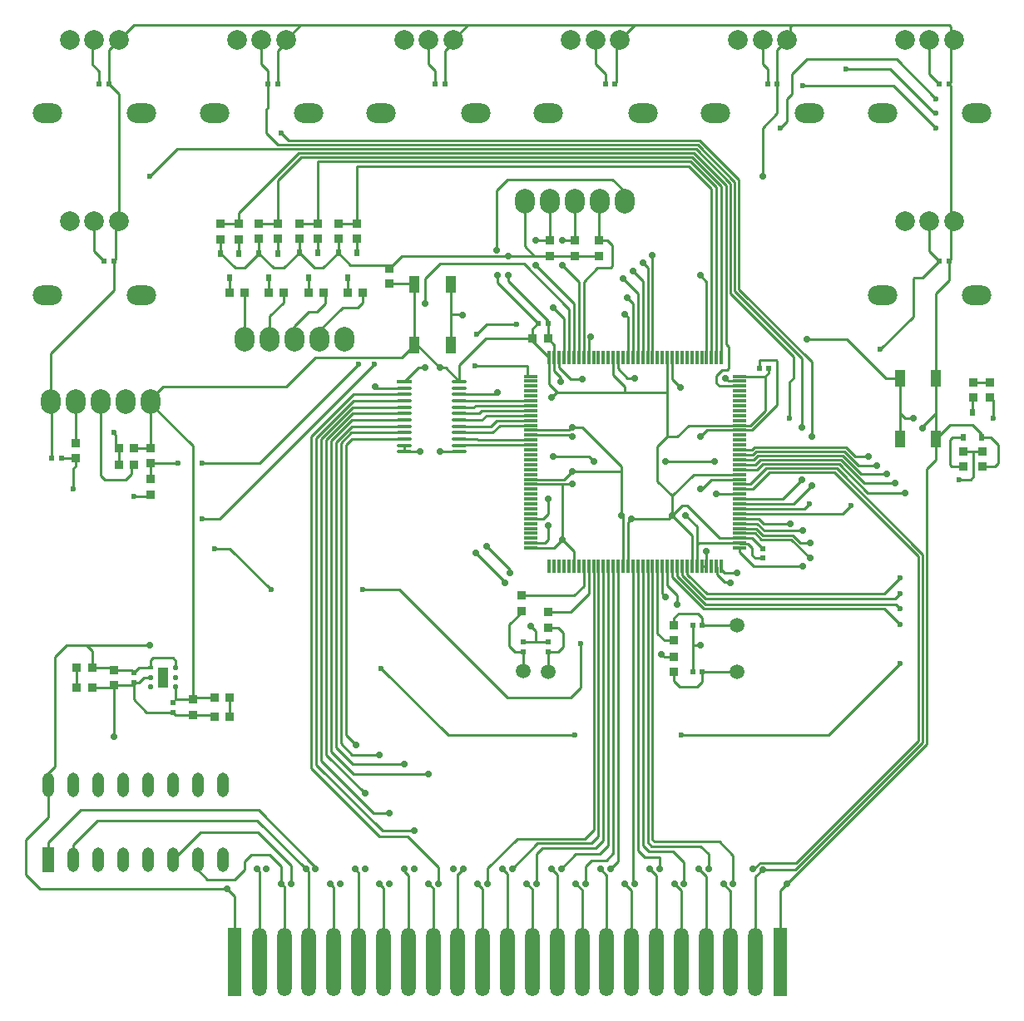
<source format=gtl>
G04*
G04 #@! TF.GenerationSoftware,Altium Limited,Altium Designer,19.0.15 (446)*
G04*
G04 Layer_Physical_Order=1*
G04 Layer_Color=255*
%FSLAX42Y42*%
%MOMM*%
G71*
G01*
G75*
%ADD11C,0.25*%
%ADD37R,0.60X0.60*%
%ADD38R,0.90X0.85*%
%ADD39R,1.35X0.32*%
%ADD40R,0.32X1.35*%
%ADD41R,0.85X0.90*%
%ADD42R,0.60X0.80*%
%ADD43R,0.60X0.60*%
%ADD44R,1.60X0.30*%
%ADD45O,1.60X0.30*%
%ADD46R,1.00X2.00*%
G04:AMPARAMS|DCode=47|XSize=0.5mm|YSize=0.45mm|CornerRadius=0.11mm|HoleSize=0mm|Usage=FLASHONLY|Rotation=0.000|XOffset=0mm|YOffset=0mm|HoleType=Round|Shape=RoundedRectangle|*
%AMROUNDEDRECTD47*
21,1,0.50,0.23,0,0,0.0*
21,1,0.28,0.45,0,0,0.0*
1,1,0.23,0.14,-0.11*
1,1,0.23,-0.14,-0.11*
1,1,0.23,-0.14,0.11*
1,1,0.23,0.14,0.11*
%
%ADD47ROUNDEDRECTD47*%
%ADD48R,0.50X0.45*%
%ADD49O,1.45X7.00*%
%ADD50R,1.45X7.00*%
%ADD51R,1.10X1.80*%
%ADD52O,3.00X2.00*%
%ADD53C,2.00*%
%ADD54O,2.00X2.50*%
%ADD55C,1.52*%
%ADD56O,1.20X2.50*%
%ADD57R,1.20X2.50*%
%ADD58C,0.60*%
%ADD59C,0.70*%
D11*
X7882Y-1050D02*
X7952Y-980D01*
Y-750D01*
X8000Y-702D01*
Y-500D01*
X8150Y-350D01*
X9067D01*
X9467Y-750D01*
X7983Y-17D02*
X8000Y0D01*
X7983Y-117D02*
Y-17D01*
X9617Y-1967D02*
Y-617D01*
X9600Y-600D02*
X9617Y-617D01*
Y-1967D02*
X9650Y-2000D01*
X9617Y-583D02*
Y-183D01*
X9600Y-600D02*
X9617Y-583D01*
X9450Y-900D02*
X9467D01*
X9000Y-450D02*
X9450Y-900D01*
X8550Y-450D02*
X9000D01*
X9034Y-617D02*
X9467Y-1050D01*
X8110Y-617D02*
X9034D01*
X6300Y-3743D02*
X6731D01*
X5616D02*
X6300D01*
Y-3681D01*
X6181Y-3562D02*
X6300Y-3681D01*
X6181Y-3562D02*
Y-3388D01*
X1472Y-4459D02*
X1750D01*
X2000D02*
X2580D01*
X3589Y-3450D01*
X1900Y-6869D02*
Y-4283D01*
X1476Y-3858D02*
X1900Y-4283D01*
X5531Y-3658D02*
X5616Y-3743D01*
X3148Y-3388D02*
X4029D01*
X2852Y-3684D02*
X3148Y-3388D01*
X4792Y-3150D02*
X4892Y-3050D01*
X5200D01*
X1100Y-4159D02*
Y-4150D01*
Y-4159D02*
X1119Y-4178D01*
Y-4274D02*
Y-4178D01*
Y-4274D02*
X1149Y-4304D01*
X2000Y-5026D02*
X2174D01*
X3750Y-3450D01*
X4777Y-3471D02*
X5309D01*
X1730Y-6867D02*
X1733Y-6869D01*
X4029Y-3388D02*
X4158Y-3259D01*
X4887Y-3193D02*
X5361D01*
X4615Y-3465D02*
X4887Y-3193D01*
X4615Y-3631D02*
Y-3465D01*
X10047Y-4001D02*
X10050Y-4004D01*
X10047Y-4001D02*
Y-3821D01*
X10017Y-3791D02*
X10047Y-3821D01*
X10014Y-3791D02*
X10017D01*
X8368Y-7233D02*
X9101Y-6500D01*
X6872Y-7233D02*
X8368D01*
X8940Y-5943D02*
X9097Y-6100D01*
X7100Y-5943D02*
X8940D01*
X9287Y-7287D02*
Y-5408D01*
X9330Y-7304D02*
Y-5390D01*
X9373Y-7322D02*
Y-4521D01*
X8040Y-8534D02*
X9287Y-7287D01*
X8454Y-4514D02*
X9330Y-5390D01*
X7674Y-8534D02*
X8040D01*
X7952Y-8744D02*
X9373Y-7322D01*
X8435Y-4557D02*
X9287Y-5408D01*
X7702Y-8599D02*
X8035D01*
X9373Y-4521D02*
X9467Y-4427D01*
X7882Y-8814D02*
X7952Y-8744D01*
X8035Y-8599D02*
X9330Y-7304D01*
X4502Y-7232D02*
X5787D01*
X3820Y-6550D02*
X4502Y-7232D01*
X5892Y-8284D02*
X5981Y-8194D01*
Y-5514D01*
X5202Y-8284D02*
X5892D01*
X684Y-4519D02*
X714Y-4490D01*
X684Y-4722D02*
Y-4519D01*
X714Y-4490D02*
Y-4409D01*
X2123Y-5330D02*
X2280D01*
X2700Y-5750D01*
X3632D02*
X4007D01*
X4055Y-3631D02*
X4195Y-3491D01*
X4265D01*
X4007Y-5750D02*
X5107Y-6850D01*
X5746D01*
X5850Y-6746D01*
Y-6300D01*
X9617Y-2033D02*
X9650Y-2000D01*
X9467Y-4427D02*
Y-4214D01*
X8936Y-5793D02*
X9101Y-5628D01*
X7134Y-5793D02*
X8936D01*
X9057Y-5900D02*
X9100Y-5943D01*
X9050Y-5844D02*
X9100Y-5793D01*
X7123Y-5844D02*
X9050D01*
X7769Y-4557D02*
X8435D01*
X7736Y-4514D02*
X8454D01*
X7850Y-900D02*
Y-600D01*
X7700Y-1050D02*
X7850Y-900D01*
X7700Y-1540D02*
Y-1050D01*
X7596Y-5400D02*
X7626Y-5430D01*
X7700D01*
X7596Y-5400D02*
Y-5326D01*
X7549Y-5279D02*
X7596Y-5326D01*
X7472Y-5279D02*
X7549D01*
X7469Y-5276D02*
X7472Y-5279D01*
X7596Y-5226D02*
X7700Y-5330D01*
X7469Y-5226D02*
X7596D01*
X8106Y-5514D02*
X8108Y-5512D01*
X7614Y-5514D02*
X8106D01*
X7469Y-5369D02*
X7614Y-5514D01*
X7469Y-5369D02*
Y-5326D01*
X6781Y-5624D02*
X7100Y-5943D01*
X7118Y-5900D02*
X9057D01*
X6834Y-5616D02*
X7118Y-5900D01*
X6884Y-5605D02*
X7123Y-5844D01*
X6934Y-5594D02*
X7134Y-5793D01*
X7368Y-5671D02*
X7377Y-5680D01*
X7312Y-5671D02*
X7368D01*
X7234Y-5594D02*
X7312Y-5671D01*
X7234Y-5594D02*
Y-5517D01*
X7231Y-5514D02*
X7234Y-5517D01*
X7281Y-5547D02*
X7314Y-5580D01*
X7438D01*
X6781Y-5624D02*
Y-5514D01*
X6834Y-5616D02*
Y-5517D01*
X6831Y-5514D02*
X6834Y-5517D01*
X6884Y-5605D02*
Y-5517D01*
X6881Y-5514D02*
X6884Y-5517D01*
X6934Y-5594D02*
Y-5517D01*
X6931Y-5514D02*
X6934Y-5517D01*
X6831Y-5900D02*
Y-5804D01*
X6731Y-5704D02*
X6831Y-5804D01*
X6731Y-5704D02*
Y-5514D01*
X8020Y-3589D02*
Y-3380D01*
X7973Y-3636D02*
X8020Y-3589D01*
X7973Y-4004D02*
Y-3636D01*
X8130Y-4926D02*
X8180Y-4876D01*
X7469Y-4926D02*
X8130D01*
X5681Y-3388D02*
Y-2989D01*
X5566Y-2874D02*
X5681Y-2989D01*
X5270Y-2430D02*
X5731Y-2891D01*
Y-3388D02*
Y-2891D01*
X4416Y-2430D02*
X5270D01*
X5392Y-2444D02*
X5781Y-2833D01*
Y-3388D02*
Y-2833D01*
X9246Y-2569D02*
X9331D01*
X9232Y-2584D02*
X9246Y-2569D01*
X9331D02*
X9500Y-2400D01*
X9232Y-2968D02*
Y-2584D01*
X8900Y-3300D02*
X9232Y-2968D01*
X8517Y-4976D02*
X8600Y-4893D01*
X7469Y-4976D02*
X8517D01*
X8014Y-4876D02*
X8200Y-4690D01*
X7469Y-4876D02*
X8014D01*
X7906Y-4826D02*
X8102Y-4630D01*
X7469Y-4826D02*
X7906D01*
X2802Y-1100D02*
X2876Y-1175D01*
X2649Y-1100D02*
Y-859D01*
X2667Y-841D01*
Y-600D01*
X2649Y-1100D02*
X2767Y-1218D01*
X1462Y-1540D02*
X1740Y-1261D01*
X1451Y-4800D02*
X1472Y-4779D01*
X1300Y-4800D02*
X1451D01*
X968Y-4590D02*
X1004Y-4626D01*
X968Y-4590D02*
Y-3833D01*
X1004Y-4626D02*
X1222D01*
X1274Y-4574D01*
Y-4504D01*
X1304Y-4474D01*
X900Y-2300D02*
Y-2000D01*
Y-2300D02*
X1000Y-2400D01*
X877Y-400D02*
Y-173D01*
X900Y-150D01*
X877Y-400D02*
X950Y-472D01*
Y-600D02*
Y-472D01*
X2600Y-400D02*
Y-150D01*
Y-400D02*
X2667Y-467D01*
Y-600D02*
Y-467D01*
X4300Y-400D02*
Y-150D01*
Y-400D02*
X4365Y-465D01*
Y-600D02*
Y-465D01*
X6000Y-400D02*
Y-150D01*
Y-400D02*
X6100Y-500D01*
Y-600D02*
Y-500D01*
X7700Y-400D02*
Y-150D01*
Y-400D02*
X7750Y-450D01*
Y-600D02*
Y-450D01*
X9400Y-150D02*
X9400Y-150D01*
Y-500D02*
Y-150D01*
Y-500D02*
X9500Y-600D01*
X9400Y-2300D02*
Y-2000D01*
Y-2300D02*
X9500Y-2400D01*
X1476Y-3808D02*
X1600Y-3684D01*
X1476Y-3833D02*
Y-3808D01*
Y-4300D02*
Y-3858D01*
Y-3833D01*
X1100Y-2700D02*
Y-2400D01*
X1100Y-2400D02*
X1100Y-2400D01*
X460Y-3340D02*
X1100Y-2700D01*
X460Y-3833D02*
Y-3340D01*
X1050Y-600D02*
X1150Y-700D01*
Y-2000D02*
Y-700D01*
X1117Y-2033D02*
X1150Y-2000D01*
X1117Y-2383D02*
Y-2033D01*
X1100Y-2400D02*
X1117Y-2383D01*
X1050Y-250D02*
X1150Y-150D01*
X1050Y-600D02*
Y-250D01*
X1150Y-150D02*
X1300Y0D01*
X3000D01*
X2850Y-178D02*
Y-150D01*
X2767Y-262D02*
X2850Y-178D01*
X2767Y-600D02*
Y-262D01*
X2850Y-150D02*
X3000Y0D01*
X4700D01*
X4550Y-175D02*
Y-150D01*
X4465Y-260D02*
X4550Y-175D01*
X4465Y-600D02*
Y-260D01*
X4550Y-150D02*
X4700Y0D01*
X6400D01*
X6217Y-183D02*
X6250Y-150D01*
X6217Y-583D02*
Y-183D01*
X6200Y-600D02*
X6217Y-583D01*
X6250Y-150D02*
X6400Y0D01*
X8000D01*
X7850Y-250D02*
X7950Y-150D01*
X7850Y-600D02*
Y-250D01*
X7950Y-150D02*
X7983Y-117D01*
X8000Y0D02*
X9600D01*
X9617Y-17D01*
Y-117D02*
Y-17D01*
Y-117D02*
X9650Y-150D01*
X9617Y-183D02*
X9650Y-150D01*
X9617Y-2383D02*
Y-2033D01*
X9600Y-2400D02*
X9617Y-2383D01*
X9600Y-2600D02*
Y-2400D01*
X9600Y-2400D02*
X9600Y-2400D01*
X9467Y-2733D02*
X9600Y-2600D01*
X9467Y-3594D02*
Y-2733D01*
X9842Y-4342D02*
X9942D01*
X9742D02*
X9842D01*
Y-4600D02*
Y-4342D01*
X9816Y-4626D02*
X9842Y-4600D01*
X9700Y-4626D02*
X9816D01*
X7131Y-3388D02*
Y-2615D01*
X7066Y-2550D02*
X7131Y-2615D01*
X9942Y-4497D02*
X10062D01*
X10100Y-4459D01*
Y-4276D01*
X10021Y-4197D02*
X10100Y-4276D01*
X9931Y-4197D02*
X10021D01*
X9629Y-4497D02*
X9742D01*
X9607Y-4474D02*
X9629Y-4497D01*
X9607Y-4474D02*
Y-4226D01*
X9636Y-4197D01*
X9741D01*
X8956Y-3594D02*
X9097D01*
X8559Y-3197D02*
X8956Y-3594D01*
X8150Y-3197D02*
X8559D01*
X7416Y-2706D02*
X8102Y-3392D01*
X7416Y-2706D02*
Y-1595D01*
X8102Y-4100D02*
Y-3392D01*
X8200Y-4193D02*
Y-3429D01*
X7460Y-2688D02*
X8200Y-3429D01*
X7460Y-2688D02*
Y-1577D01*
X7373Y-2733D02*
X8020Y-3380D01*
X7373Y-2733D02*
Y-1612D01*
X7058Y-1175D02*
X7460Y-1577D01*
X1740Y-1261D02*
X7022D01*
X2876Y-1175D02*
X7058D01*
X3572Y-1434D02*
X6950D01*
X3572Y-2018D02*
Y-1434D01*
X3174Y-1391D02*
X6968D01*
X3174Y-2018D02*
Y-1391D01*
X2372Y-1916D02*
X2983Y-1304D01*
X2372Y-2024D02*
Y-1916D01*
X2983Y-1304D02*
X7004D01*
X7040Y-1218D02*
X7416Y-1595D01*
X2767Y-1218D02*
X7040D01*
X7022Y-1261D02*
X7373Y-1612D01*
X7004Y-1304D02*
X7330Y-1630D01*
X3001Y-1348D02*
X6986D01*
X2765Y-1584D02*
X3001Y-1348D01*
X6986D02*
X7281Y-1642D01*
X6968Y-1391D02*
X7231Y-1653D01*
X7330Y-3246D02*
Y-1630D01*
X7281Y-3388D02*
Y-1642D01*
X7231Y-3388D02*
Y-1653D01*
X7181Y-3388D02*
Y-1665D01*
X6950Y-1434D02*
X7181Y-1665D01*
X7330Y-3246D02*
X7360Y-3276D01*
Y-3496D02*
Y-3276D01*
X7342Y-3514D02*
X7360Y-3496D01*
X3518Y-4216D02*
X4055D01*
X3460Y-4274D02*
X3518Y-4216D01*
X3460Y-7232D02*
Y-4274D01*
X3410Y-7318D02*
Y-4258D01*
X3516Y-4151D01*
X4055D01*
X3520Y-4086D02*
X4055D01*
X3360Y-4247D02*
X3520Y-4086D01*
X3360Y-7360D02*
Y-4247D01*
X3524Y-4021D02*
X4055D01*
X3310Y-4236D02*
X3524Y-4021D01*
X3310Y-7400D02*
Y-4236D01*
X3528Y-3956D02*
X4055D01*
X3260Y-4225D02*
X3528Y-3956D01*
X3260Y-7432D02*
Y-4225D01*
X3532Y-3891D02*
X4055D01*
X3210Y-4214D02*
X3532Y-3891D01*
X3210Y-7490D02*
Y-4214D01*
X3536Y-3826D02*
X4055D01*
X3160Y-4203D02*
X3536Y-3826D01*
X3160Y-4203D02*
X3160D01*
Y-7532D02*
Y-4203D01*
X3540Y-3761D02*
X4055D01*
X3110Y-4192D02*
X3540Y-3761D01*
X3110Y-4192D02*
X3110Y-7570D01*
X3527Y-7527D02*
X4052D01*
X3360Y-7360D02*
X3527Y-7527D01*
X3210Y-7490D02*
X3744Y-8024D01*
X3902D01*
X3160Y-7532D02*
X3832Y-8204D01*
X4152D01*
X3110Y-7570D02*
X3800Y-8260D01*
X4090D01*
X3260Y-7432D02*
X3652Y-7824D01*
X3460Y-7232D02*
X3562Y-7334D01*
X3410Y-7318D02*
X3522Y-7431D01*
X3310Y-7400D02*
X3534Y-7624D01*
X7595Y-4323D02*
X7620Y-4298D01*
X8550D02*
X8643Y-4391D01*
X7620Y-4298D02*
X8550D01*
X8532Y-4341D02*
X8675Y-4484D01*
X7638Y-4341D02*
X8532D01*
X7603Y-4376D02*
X7638Y-4341D01*
X7469Y-4376D02*
X7603D01*
X8514Y-4384D02*
X8700Y-4570D01*
X7656Y-4384D02*
X8514D01*
X7614Y-4426D02*
X7656Y-4384D01*
X7469Y-4426D02*
X7614D01*
X7674Y-4427D02*
X8496D01*
X7625Y-4476D02*
X7674Y-4427D01*
X8496D02*
X8733Y-4664D01*
X8478Y-4470D02*
X8772Y-4764D01*
X7700Y-4470D02*
X8478D01*
X7644Y-4526D02*
X7700Y-4470D01*
X7577Y-4673D02*
X7736Y-4514D01*
X8643Y-4391D02*
X8782D01*
X8675Y-4484D02*
X8862D01*
X8700Y-4570D02*
X8962D01*
X8733Y-4664D02*
X9052D01*
X7614Y-8594D02*
X7674Y-8534D01*
X7602Y-8594D02*
X7614D01*
X4415Y-4346D02*
X4615D01*
X5931Y-3388D02*
Y-3174D01*
X4892Y-5304D02*
X5130Y-5542D01*
Y-5580D02*
Y-5542D01*
X5080Y-5680D02*
Y-5672D01*
X4782Y-5374D02*
X5080Y-5672D01*
X6431Y-3388D02*
Y-2734D01*
X6281Y-2584D02*
X6431Y-2734D01*
X818Y-6318D02*
X1462D01*
X5110Y-2350D02*
X5111Y-2349D01*
X5104Y-2356D02*
X5110Y-2350D01*
X5000Y-2550D02*
X5002Y-2552D01*
Y-2623D02*
Y-2552D01*
Y-2623D02*
X5416Y-3038D01*
X5309Y-3573D02*
Y-3471D01*
Y-3573D02*
X5313Y-3576D01*
X5343D01*
X4030Y-2356D02*
X5104D01*
X3904Y-2481D02*
X4030Y-2356D01*
X3902Y-2481D02*
X3904D01*
X5111Y-2349D02*
X5379D01*
X4992Y-2290D02*
Y-1683D01*
X5101Y-1574D01*
X5110Y-2610D02*
X5516Y-3016D01*
X5110Y-2610D02*
Y-2550D01*
X5516Y-3038D02*
Y-3016D01*
X4262Y-2584D02*
X4416Y-2430D01*
X8108Y-5512D02*
X8110Y-5514D01*
X7600Y-4726D02*
X7769Y-4557D01*
X7469Y-4726D02*
X7600D01*
X3152Y-8594D02*
Y-8572D01*
X2570Y-7990D02*
X3152Y-8572D01*
X760Y-7990D02*
X2570D01*
X2802Y-8744D02*
Y-8570D01*
X2682Y-8450D02*
X2802Y-8570D01*
X2500Y-8450D02*
X2682D01*
X2902Y-8744D02*
Y-8562D01*
X2560Y-8220D02*
X2902Y-8562D01*
X1980Y-8220D02*
X2560D01*
X2558Y-8100D02*
X3052Y-8594D01*
X934Y-8100D02*
X2558D01*
X4402Y-8744D02*
Y-8572D01*
X4090Y-8260D02*
X4402Y-8572D01*
X3534Y-7624D02*
X4302D01*
X3522Y-7431D02*
X3802D01*
X6581Y-8293D02*
Y-5514D01*
X6531Y-8323D02*
Y-5514D01*
X6481Y-8353D02*
Y-5514D01*
X6431Y-8403D02*
Y-5514D01*
X6381Y-8723D02*
Y-5514D01*
Y-8723D02*
X6402Y-8744D01*
X6431Y-8403D02*
X6502Y-8474D01*
X6481Y-8353D02*
X6542Y-8414D01*
X6791D01*
X6531Y-8323D02*
X6572Y-8364D01*
X7072D01*
X6581Y-8293D02*
X6602Y-8314D01*
X7262D01*
X7402Y-8454D01*
X6031Y-8264D02*
Y-5514D01*
X6081Y-8304D02*
Y-5514D01*
X6131Y-8354D02*
Y-5514D01*
X6181Y-8434D02*
Y-5514D01*
X6231Y-8514D02*
Y-5514D01*
X5962Y-8334D02*
X6031Y-8264D01*
X5412Y-8334D02*
X5962D01*
X6152Y-8594D02*
X6231Y-8514D01*
X6111Y-8504D02*
X6181Y-8434D01*
X6042Y-8444D02*
X6131Y-8354D01*
X6002Y-8384D02*
X6081Y-8304D01*
X7722Y-5150D02*
X8110D01*
X7648Y-5076D02*
X7722Y-5150D01*
X7704Y-5193D02*
X8007D01*
X7637Y-5126D02*
X7704Y-5193D01*
X7686Y-5237D02*
X7989D01*
X7625Y-5176D02*
X7686Y-5237D01*
X7469Y-5176D02*
X7625D01*
X7469Y-5126D02*
X7637D01*
X7469Y-5076D02*
X7648D01*
X7714Y-5080D02*
X7980D01*
X7660Y-5026D02*
X7714Y-5080D01*
X8007Y-5193D02*
X8084Y-5270D01*
X7989Y-5237D02*
X8182Y-5430D01*
X7469Y-5026D02*
X7660D01*
X8182Y-5430D02*
X8190D01*
X8084Y-5270D02*
X8190D01*
X8772Y-4764D02*
X9152D01*
X5462Y-8384D02*
X6002D01*
X5802Y-8444D02*
X6042D01*
X5652Y-8594D02*
X5802Y-8444D01*
X4902Y-8584D02*
X5202Y-8284D01*
X5152Y-8594D02*
X5412Y-8334D01*
X5402Y-8444D02*
X5462Y-8384D01*
X5781Y-5811D02*
X5881Y-5711D01*
X5252Y-5811D02*
X5781D01*
X5881Y-5711D02*
Y-5514D01*
X5666Y-5241D02*
X5781Y-5356D01*
Y-5514D02*
Y-5356D01*
X5746Y-5979D02*
X5931Y-5794D01*
X5522Y-5979D02*
X5746D01*
X5931Y-5794D02*
Y-5514D01*
X7850Y-3867D02*
Y-3420D01*
X7591Y-4126D02*
X7850Y-3867D01*
X7469Y-4126D02*
X7591D01*
X7728Y-3927D02*
Y-3576D01*
X7579Y-4076D02*
X7728Y-3927D01*
X7469Y-4076D02*
X7579D01*
X7728Y-3576D02*
X7766Y-3538D01*
X7840Y-3410D02*
X7850Y-3420D01*
X7666Y-3410D02*
X7840D01*
X7666Y-3493D02*
Y-3410D01*
X7469Y-4526D02*
X7644D01*
X7469Y-4476D02*
X7625D01*
X7472Y-4323D02*
X7595D01*
X7469Y-4326D02*
X7472Y-4323D01*
Y-4673D02*
X7577D01*
X7469Y-4676D02*
X7472Y-4673D01*
X1700Y-8500D02*
X1980Y-8220D01*
X684Y-8350D02*
X934Y-8100D01*
X430Y-8320D02*
X760Y-7990D01*
X2432Y-8518D02*
X2500Y-8450D01*
X2432Y-8600D02*
Y-8518D01*
X2331Y-8700D02*
X2432Y-8600D01*
X2050Y-8700D02*
X2331D01*
X1954Y-8604D02*
X2050Y-8700D01*
X1954Y-8604D02*
Y-8500D01*
X684D02*
Y-8350D01*
X430Y-8500D02*
Y-8320D01*
X1100Y-6724D02*
X1100Y-6724D01*
Y-7250D02*
Y-6724D01*
X877Y-6547D02*
Y-6378D01*
X818Y-6318D02*
X877Y-6378D01*
X613Y-6318D02*
X818D01*
X500Y-6432D02*
X613Y-6318D01*
X500Y-7550D02*
Y-6432D01*
X430Y-7620D02*
X500Y-7550D01*
X430Y-7738D02*
Y-7620D01*
Y-8070D02*
Y-7738D01*
X200Y-8300D02*
X430Y-8070D01*
X200Y-8650D02*
Y-8300D01*
Y-8650D02*
X344Y-8794D01*
X2252D01*
X5603Y-3743D02*
X5616D01*
X5552Y-3794D02*
X5603Y-3743D01*
X5101Y-1574D02*
X6172D01*
X6295Y-1696D01*
Y-1794D02*
Y-1696D01*
X6327Y-3594D02*
X6402D01*
X6231Y-3498D02*
X6327Y-3594D01*
X6231Y-3498D02*
Y-3388D01*
X4158Y-3259D02*
X4183D01*
X4415Y-3491D01*
X1600Y-3684D02*
X2852D01*
X3864Y-2444D02*
X3902Y-2481D01*
X3507Y-2444D02*
X3864D01*
X3382Y-2319D02*
X3507Y-2444D01*
X3902Y-2636D02*
X4155D01*
X9467Y-4214D02*
X9607Y-4074D01*
X9840D01*
X9931Y-4166D01*
Y-4197D02*
Y-4166D01*
X7292Y-3514D02*
X7342D01*
X7232Y-3574D02*
X7292Y-3514D01*
X7232Y-3644D02*
Y-3574D01*
Y-3644D02*
X7264Y-3676D01*
X7469D01*
X7322Y-3594D02*
X7354Y-3626D01*
X7469D01*
X2765Y-2023D02*
Y-1584D01*
X3762Y-3684D02*
X3774Y-3696D01*
X4055D01*
X4932Y-4086D02*
X4992Y-4026D01*
X4615Y-4086D02*
X4932D01*
X4992Y-4026D02*
X5343D01*
X4844Y-4021D02*
X4890Y-3976D01*
X4615Y-4021D02*
X4844D01*
X4812Y-3956D02*
X4842Y-3926D01*
X4615Y-3956D02*
X4812D01*
X4055Y-4346D02*
Y-4281D01*
X4615D02*
X4621Y-4276D01*
X5343D01*
X4615Y-4216D02*
X4618Y-4214D01*
X4792D01*
X4804Y-4226D01*
X5343D01*
X4615Y-4151D02*
X4952D01*
X5027Y-4076D01*
X5343D01*
X4890Y-3976D02*
X5343D01*
X4842Y-3926D02*
X5343D01*
X4615Y-3891D02*
X4762D01*
X4777Y-3876D01*
X5343D01*
X4615Y-3826D02*
X4616Y-3826D01*
X5343D01*
X4984Y-3761D02*
X5002Y-3744D01*
X4615Y-3761D02*
X4984D01*
X6037Y-2194D02*
X6122D01*
X6172Y-2244D01*
Y-2454D02*
Y-2244D01*
X6152Y-2474D02*
X6172Y-2454D01*
X6022Y-2474D02*
X6152D01*
X5881Y-2614D02*
X6022Y-2474D01*
X5881Y-3388D02*
Y-2614D01*
X5931Y-3174D02*
X5952D01*
X5662Y-2444D02*
X5831Y-2613D01*
Y-3388D02*
Y-2613D01*
X5662Y-2194D02*
X5662Y-2194D01*
X5787D01*
X5392Y-2194D02*
X5392Y-2194D01*
X5537D01*
X4262Y-2834D02*
Y-2584D01*
X5392Y-6284D02*
X5517D01*
X5267D02*
X5392D01*
Y-6174D01*
X5342Y-6124D02*
X5392Y-6174D01*
X6988Y-6314D02*
Y-6109D01*
Y-6589D02*
Y-6314D01*
X6992Y-6318D01*
X7066D01*
X7281Y-5547D02*
Y-5514D01*
X6800Y-6679D02*
Y-6589D01*
Y-6109D02*
Y-6034D01*
X6681Y-5793D02*
X6712Y-5824D01*
X6681Y-5793D02*
Y-5514D01*
X6672Y-6404D02*
X6702Y-6434D01*
X6800D01*
X6702Y-6264D02*
X6800D01*
X6631Y-6193D02*
X6702Y-6264D01*
X6631Y-6193D02*
Y-5514D01*
X4615Y-3761D02*
X4622Y-3754D01*
X3302Y-8744D02*
X3337Y-8779D01*
Y-9544D02*
Y-8779D01*
X4902Y-8744D02*
Y-8584D01*
X6302Y-2944D02*
X6331Y-2973D01*
Y-3388D02*
Y-2973D01*
X6322Y-2774D02*
X6381Y-2833D01*
Y-3388D02*
Y-2833D01*
Y-2504D02*
X6481Y-2604D01*
Y-3388D02*
Y-2604D01*
X6482Y-2424D02*
X6531Y-2473D01*
Y-3388D02*
Y-2473D01*
X6581Y-3388D02*
Y-2344D01*
X7072Y-8364D02*
X7152Y-8444D01*
X6791Y-8414D02*
X6902Y-8524D01*
X6502Y-8474D02*
X6652D01*
Y-8594D02*
Y-8474D01*
X5402Y-8744D02*
Y-8444D01*
X5902Y-8744D02*
Y-8563D01*
X5961Y-8504D01*
X6111D01*
X7402Y-8744D02*
Y-8454D01*
X7152Y-8594D02*
Y-8444D01*
X6902Y-8744D02*
Y-8524D01*
X4055Y-4346D02*
X4210D01*
X3227Y-2474D02*
X3382Y-2319D01*
X3139Y-2474D02*
X3227D01*
X2984Y-2319D02*
X3139Y-2474D01*
X2829D02*
X2984Y-2319D01*
X2725Y-2474D02*
X2829D01*
X2575Y-2324D02*
X2725Y-2474D01*
X2425D02*
X2575Y-2324D01*
X2332Y-2474D02*
X2425D01*
X2182Y-2324D02*
X2332Y-2474D01*
X4552Y-8594D02*
X4563D01*
X4604Y-8641D02*
X4652Y-8594D01*
X4599Y-8641D02*
X4604D01*
X4599Y-9544D02*
Y-8641D01*
X3337Y-9544D02*
X3357Y-9524D01*
X7629Y-8671D02*
X7702Y-8599D01*
X5931Y-4393D02*
X5981Y-4443D01*
X5566Y-4393D02*
X5931D01*
X5516Y-4975D02*
Y-4826D01*
X5465Y-5026D02*
X5516Y-4975D01*
X5343Y-5026D02*
X5465D01*
X6266Y-4543D02*
Y-4493D01*
Y-4993D02*
Y-4543D01*
X5766D02*
X6266D01*
X5866Y-4093D02*
X6266Y-4493D01*
X6716Y-4443D02*
X7216D01*
X7231Y-4776D02*
X7469D01*
X6731Y-4193D02*
X6831D01*
X6631Y-4293D02*
X6731Y-4193D01*
X6631Y-4643D02*
Y-4293D01*
Y-4643D02*
X6781Y-4793D01*
X5516Y-5243D02*
Y-5093D01*
X5483Y-5276D02*
X5516Y-5243D01*
X5343Y-5276D02*
X5483D01*
X7131Y-5514D02*
Y-5356D01*
X7081Y-5514D02*
X7131D01*
X5748Y-3608D02*
X5866D01*
X5631Y-3491D02*
X5748Y-3608D01*
X5631Y-3491D02*
Y-3388D01*
X5581Y-3521D02*
X5649Y-3589D01*
Y-3633D02*
Y-3589D01*
X5531Y-3658D02*
Y-3388D01*
X5581Y-3521D02*
Y-3388D01*
X6731Y-3743D02*
Y-3388D01*
Y-4193D02*
Y-3743D01*
X6748Y-5026D02*
X6781Y-4993D01*
X6366Y-5026D02*
X6748D01*
X5666Y-4676D02*
X5766D01*
X5343D02*
X5666D01*
Y-5241D02*
Y-4676D01*
X5766Y-4093D02*
X5866D01*
X6781Y-3608D02*
Y-3388D01*
Y-3608D02*
X6866Y-3693D01*
X7766Y-3538D02*
Y-3493D01*
X7469Y-3576D02*
X7728D01*
X7133Y-4126D02*
X7469D01*
X7066Y-4193D02*
X7133Y-4126D01*
X6831Y-4193D02*
X6948Y-4076D01*
X7469D01*
X7181Y-4626D02*
X7469D01*
X7081Y-4726D02*
X7181Y-4626D01*
X7066Y-4726D02*
X7081D01*
X6781Y-4993D02*
Y-4793D01*
X6998Y-4576D01*
X7469D01*
X6781Y-4993D02*
X6881Y-4893D01*
X6931D01*
X7264Y-5226D01*
X7469D01*
X7031Y-5293D02*
Y-5108D01*
Y-5514D02*
Y-5293D01*
X7048Y-5276D01*
X7469D01*
X6781Y-4993D02*
X6981Y-5193D01*
Y-5514D02*
Y-5193D01*
X6916Y-4993D02*
X7031Y-5108D01*
X6331Y-5061D02*
X6366Y-5026D01*
X6331Y-5514D02*
Y-5061D01*
X6266Y-4993D02*
X6281Y-5008D01*
Y-5514D02*
Y-5008D01*
X5581Y-5326D02*
X5666Y-5241D01*
X5343Y-5326D02*
X5581D01*
X5683Y-4626D02*
X5766Y-4543D01*
X5343Y-4626D02*
X5683D01*
X5749Y-4176D02*
X5766Y-4193D01*
X5343Y-4176D02*
X5749D01*
X5733Y-4126D02*
X5766Y-4093D01*
X5343Y-4126D02*
X5733D01*
X5361Y-3093D02*
X5416Y-3038D01*
X5361Y-3193D02*
Y-3093D01*
X5516Y-3193D02*
Y-3038D01*
X5361Y-3218D02*
Y-3193D01*
Y-3218D02*
X5531Y-3388D01*
X5516Y-3193D02*
X5581Y-3258D01*
Y-3388D02*
Y-3258D01*
X2552Y-8594D02*
X2579Y-8621D01*
Y-9544D02*
Y-8621D01*
X7629Y-9544D02*
Y-8671D01*
X7302Y-8744D02*
X7377Y-8819D01*
Y-9544D02*
Y-8819D01*
X7052Y-8594D02*
X7124Y-8666D01*
Y-9544D02*
Y-8666D01*
X6802Y-8744D02*
X6872Y-8814D01*
Y-9544D02*
Y-8814D01*
X6552Y-8594D02*
X6619Y-8661D01*
Y-9544D02*
Y-8661D01*
X6302Y-8744D02*
X6367Y-8809D01*
Y-9544D02*
Y-8809D01*
X6052Y-8594D02*
X6114Y-8656D01*
Y-9544D02*
Y-8656D01*
X5802Y-8744D02*
X5862Y-8804D01*
Y-9544D02*
Y-8804D01*
X5552Y-8594D02*
X5609Y-8651D01*
Y-9544D02*
Y-8651D01*
X5302Y-8744D02*
X5357Y-8799D01*
Y-9544D02*
Y-8799D01*
X5052Y-8594D02*
X5104Y-8646D01*
Y-9544D02*
Y-8646D01*
X4802Y-8744D02*
X4852Y-8794D01*
Y-9544D02*
Y-8794D01*
X7882Y-9544D02*
Y-8814D01*
X2252Y-8794D02*
X2327Y-8869D01*
Y-9544D02*
Y-8869D01*
X4347Y-9544D02*
Y-8789D01*
X4302Y-8744D02*
X4347Y-8789D01*
X2802Y-8744D02*
X2832Y-8774D01*
Y-9544D02*
Y-8774D01*
X3052Y-8594D02*
X3084Y-8626D01*
Y-9544D02*
Y-8626D01*
X3589Y-9544D02*
Y-8631D01*
X3552Y-8594D02*
X3589Y-8631D01*
X3802Y-8744D02*
X3842Y-8784D01*
Y-9544D02*
Y-8784D01*
X4094Y-9544D02*
Y-8662D01*
X4052Y-8620D02*
X4094Y-8662D01*
X4052Y-8620D02*
Y-8594D01*
X460Y-3833D02*
X468Y-3842D01*
Y-4409D02*
Y-3842D01*
X714Y-4254D02*
Y-3833D01*
X568Y-4409D02*
X714D01*
X1472Y-4304D02*
X1476Y-4300D01*
X1149Y-4474D02*
Y-4304D01*
X1304D02*
X1472D01*
Y-4624D02*
Y-4459D01*
X9842Y-3636D02*
X10014D01*
X9836Y-3797D02*
X9842Y-3791D01*
X9836Y-3947D02*
Y-3797D01*
X9467Y-3954D02*
Y-3594D01*
Y-4214D02*
Y-3954D01*
X9332Y-4104D02*
Y-4089D01*
X9467Y-3954D01*
X9097D02*
Y-3594D01*
Y-4214D02*
Y-3954D01*
X9147Y-4004D02*
X9232D01*
X9097Y-3954D02*
X9147Y-4004D01*
X5379Y-2349D02*
X5537D01*
X5279Y-2249D02*
X5379Y-2349D01*
X5279Y-2249D02*
Y-1794D01*
X5537Y-2349D02*
X5787D01*
X6037D01*
Y-1798D02*
X6041Y-1794D01*
X6037Y-2194D02*
Y-1798D01*
X5787Y-2194D02*
Y-1794D01*
X5533D02*
X5537Y-1798D01*
Y-2194D02*
Y-1798D01*
X4155Y-2636D02*
X4158Y-2639D01*
X4643Y-2954D02*
Y-2949D01*
X4158Y-3259D02*
Y-2639D01*
X4528Y-3259D02*
Y-2949D01*
Y-2639D01*
Y-2949D02*
X4643D01*
X4210Y-4346D02*
X4215Y-4341D01*
X4415Y-4346D02*
Y-4341D01*
Y-3491D02*
X4475D01*
X4615Y-3631D01*
X3082Y-2919D02*
X3164D01*
X3247Y-2836D01*
Y-2734D01*
X3632Y-2826D02*
Y-2724D01*
X3584Y-2874D02*
X3632Y-2826D01*
X3428Y-2874D02*
X3584D01*
X3194Y-3108D02*
X3428Y-2874D01*
X3194Y-3197D02*
Y-3108D01*
X3237Y-2724D02*
X3247Y-2734D01*
X2940Y-3061D02*
X3082Y-2919D01*
X2940Y-3197D02*
Y-3061D01*
X2825Y-2826D02*
Y-2724D01*
X2686Y-2965D02*
X2825Y-2826D01*
X2686Y-3197D02*
Y-2965D01*
X2432Y-3197D02*
Y-2724D01*
X3382Y-2018D02*
X3572D01*
X2984D02*
X3174D01*
X2575Y-2023D02*
X2765D01*
X3477Y-2724D02*
Y-2569D01*
X3079D02*
X3082Y-2572D01*
Y-2724D02*
Y-2572D01*
X2670Y-2724D02*
Y-2574D01*
X2670Y-2724D02*
X2670Y-2724D01*
X3572Y-2319D02*
Y-2173D01*
X3382Y-2319D02*
Y-2173D01*
X3174Y-2319D02*
Y-2173D01*
X2984Y-2319D02*
Y-2173D01*
X2765Y-2324D02*
Y-2178D01*
X2575Y-2324D02*
Y-2178D01*
X2372Y-2324D02*
Y-2179D01*
X2182Y-2324D02*
Y-2179D01*
Y-2024D02*
X2372D01*
X2277Y-2724D02*
Y-2574D01*
X2277Y-7047D02*
Y-6847D01*
X1900Y-6869D02*
X1923Y-6847D01*
X2123D01*
X2100Y-7024D02*
X2123Y-7047D01*
X1900Y-7024D02*
X2100D01*
X1700Y-6997D02*
X1727Y-7024D01*
X1900D01*
X1733Y-6869D02*
X1900D01*
X722Y-6747D02*
Y-6547D01*
X1300Y-6597D02*
X1350Y-6547D01*
X1470D01*
Y-6467D01*
X1495Y-6442D01*
X1700D01*
X1730Y-6472D01*
Y-6547D02*
Y-6472D01*
Y-6867D02*
Y-6737D01*
X1300Y-6869D02*
Y-6697D01*
Y-6869D02*
X1427Y-6997D01*
X1700D01*
X1406Y-6642D02*
X1470D01*
X1351Y-6697D02*
X1406Y-6642D01*
X1300Y-6697D02*
X1351D01*
X1273Y-6569D02*
X1300Y-6597D01*
X1100Y-6569D02*
X1273D01*
X1100Y-6724D02*
X1273D01*
X1300Y-6697D01*
X1077Y-6747D02*
X1100Y-6724D01*
X877Y-6747D02*
X1077D01*
Y-6547D02*
X1100Y-6569D01*
X877Y-6547D02*
X1077D01*
X6800Y-6034D02*
X6845Y-5989D01*
X7043D01*
X7088Y-6034D01*
Y-6109D02*
Y-6034D01*
X7088Y-6684D02*
Y-6589D01*
X7038Y-6734D02*
X7088Y-6684D01*
X6855Y-6734D02*
X7038D01*
X6800Y-6679D02*
X6855Y-6734D01*
X7088Y-6109D02*
X7438D01*
X7088Y-6589D02*
X7438D01*
X5179Y-6384D02*
X5267D01*
X5122Y-6327D02*
X5179Y-6384D01*
X5122Y-6327D02*
Y-6104D01*
X5262Y-5964D01*
X5517Y-6384D02*
X5617D01*
X5672Y-6329D01*
Y-6186D01*
X5619Y-6134D02*
X5672Y-6186D01*
X5517Y-6134D02*
X5619D01*
X5517Y-6134D02*
X5517Y-6134D01*
X5517Y-6584D02*
Y-6384D01*
X5267Y-6579D02*
Y-6384D01*
D37*
Y-6284D02*
D03*
Y-6384D02*
D03*
X5517Y-6284D02*
D03*
Y-6384D02*
D03*
X7700Y-5330D02*
D03*
Y-5430D02*
D03*
X1700Y-6997D02*
D03*
Y-6897D02*
D03*
X1300Y-6697D02*
D03*
Y-6597D02*
D03*
D38*
X6800Y-6264D02*
D03*
Y-6109D02*
D03*
Y-6434D02*
D03*
Y-6589D02*
D03*
X6037Y-2194D02*
D03*
Y-2349D02*
D03*
X5787Y-2194D02*
D03*
Y-2349D02*
D03*
X5537Y-2194D02*
D03*
Y-2349D02*
D03*
X3902Y-2636D02*
D03*
Y-2481D02*
D03*
X3572Y-2173D02*
D03*
Y-2018D02*
D03*
X3382D02*
D03*
Y-2173D02*
D03*
X3174D02*
D03*
Y-2018D02*
D03*
X2984D02*
D03*
Y-2173D02*
D03*
X2765Y-2178D02*
D03*
Y-2023D02*
D03*
X2575D02*
D03*
Y-2178D02*
D03*
X2372Y-2179D02*
D03*
Y-2024D02*
D03*
X2182D02*
D03*
Y-2179D02*
D03*
X1472Y-4304D02*
D03*
Y-4459D02*
D03*
Y-4624D02*
D03*
Y-4779D02*
D03*
X714Y-4409D02*
D03*
Y-4254D02*
D03*
X1900Y-6869D02*
D03*
Y-7024D02*
D03*
X1100Y-6569D02*
D03*
Y-6724D02*
D03*
X5522Y-6134D02*
D03*
Y-5979D02*
D03*
X5252Y-5966D02*
D03*
Y-5811D02*
D03*
X9742Y-4342D02*
D03*
Y-4497D02*
D03*
X9942D02*
D03*
Y-4342D02*
D03*
X10014Y-3636D02*
D03*
Y-3791D02*
D03*
X9842D02*
D03*
Y-3636D02*
D03*
D39*
X5343Y-3576D02*
D03*
Y-3626D02*
D03*
Y-3676D02*
D03*
Y-3726D02*
D03*
Y-3776D02*
D03*
Y-3826D02*
D03*
Y-3876D02*
D03*
Y-3926D02*
D03*
Y-3976D02*
D03*
Y-4026D02*
D03*
Y-4076D02*
D03*
Y-4126D02*
D03*
Y-4176D02*
D03*
Y-4226D02*
D03*
Y-4276D02*
D03*
Y-4326D02*
D03*
Y-4376D02*
D03*
Y-4426D02*
D03*
Y-4476D02*
D03*
Y-4526D02*
D03*
Y-4576D02*
D03*
Y-4626D02*
D03*
Y-4676D02*
D03*
Y-4726D02*
D03*
Y-4776D02*
D03*
Y-4826D02*
D03*
Y-4876D02*
D03*
Y-4926D02*
D03*
Y-4976D02*
D03*
Y-5026D02*
D03*
Y-5076D02*
D03*
Y-5126D02*
D03*
Y-5176D02*
D03*
Y-5226D02*
D03*
Y-5276D02*
D03*
Y-5326D02*
D03*
X7469D02*
D03*
Y-5276D02*
D03*
Y-5226D02*
D03*
Y-5176D02*
D03*
Y-5126D02*
D03*
Y-5076D02*
D03*
Y-5026D02*
D03*
Y-4976D02*
D03*
Y-4926D02*
D03*
Y-4876D02*
D03*
Y-4826D02*
D03*
Y-4776D02*
D03*
Y-4726D02*
D03*
Y-4676D02*
D03*
Y-4626D02*
D03*
Y-4576D02*
D03*
Y-4526D02*
D03*
Y-4476D02*
D03*
Y-4426D02*
D03*
Y-4376D02*
D03*
Y-4326D02*
D03*
Y-4276D02*
D03*
Y-4226D02*
D03*
Y-4176D02*
D03*
Y-4126D02*
D03*
Y-4076D02*
D03*
Y-4026D02*
D03*
Y-3976D02*
D03*
Y-3926D02*
D03*
Y-3876D02*
D03*
Y-3826D02*
D03*
Y-3776D02*
D03*
Y-3726D02*
D03*
Y-3676D02*
D03*
Y-3626D02*
D03*
Y-3576D02*
D03*
D40*
X5531Y-5514D02*
D03*
X5581D02*
D03*
X5631D02*
D03*
X5681D02*
D03*
X5731D02*
D03*
X5781D02*
D03*
X5831D02*
D03*
X5881D02*
D03*
X5931D02*
D03*
X5981D02*
D03*
X6031D02*
D03*
X6081D02*
D03*
X6131D02*
D03*
X6181D02*
D03*
X6231D02*
D03*
X6281D02*
D03*
X6331D02*
D03*
X6381D02*
D03*
X6431D02*
D03*
X6481D02*
D03*
X6531D02*
D03*
X6581D02*
D03*
X6631D02*
D03*
X6681D02*
D03*
X6731D02*
D03*
X6781D02*
D03*
X6831D02*
D03*
X6881D02*
D03*
X6931D02*
D03*
X6981D02*
D03*
X7031D02*
D03*
X7081D02*
D03*
X7131D02*
D03*
X7181D02*
D03*
X7231D02*
D03*
X7281D02*
D03*
Y-3388D02*
D03*
X7231D02*
D03*
X7181D02*
D03*
X7131D02*
D03*
X7081D02*
D03*
X7031D02*
D03*
X6981D02*
D03*
X6931D02*
D03*
X6881D02*
D03*
X6831D02*
D03*
X6781D02*
D03*
X6731D02*
D03*
X6681D02*
D03*
X6631D02*
D03*
X6581D02*
D03*
X6531D02*
D03*
X6481D02*
D03*
X6431D02*
D03*
X6381D02*
D03*
X6331D02*
D03*
X6281D02*
D03*
X6231D02*
D03*
X6181D02*
D03*
X6131D02*
D03*
X6081D02*
D03*
X6031D02*
D03*
X5981D02*
D03*
X5931D02*
D03*
X5881D02*
D03*
X5831D02*
D03*
X5781D02*
D03*
X5731D02*
D03*
X5681D02*
D03*
X5631D02*
D03*
X5581D02*
D03*
X5531D02*
D03*
D41*
X5361Y-3193D02*
D03*
X5516D02*
D03*
X3632Y-2724D02*
D03*
X3477D02*
D03*
X3237D02*
D03*
X3082D02*
D03*
X2825D02*
D03*
X2670D02*
D03*
X2432D02*
D03*
X2277D02*
D03*
X1304Y-4304D02*
D03*
X1149D02*
D03*
Y-4474D02*
D03*
X1304D02*
D03*
X2277Y-7047D02*
D03*
X2123D02*
D03*
Y-6847D02*
D03*
X2277D02*
D03*
X722Y-6747D02*
D03*
X877D02*
D03*
Y-6547D02*
D03*
X722D02*
D03*
D42*
X3572Y-2319D02*
D03*
X3382D02*
D03*
X3477Y-2569D02*
D03*
X3174Y-2319D02*
D03*
X2984D02*
D03*
X3079Y-2569D02*
D03*
X2765Y-2324D02*
D03*
X2575D02*
D03*
X2670Y-2574D02*
D03*
X2372Y-2324D02*
D03*
X2182D02*
D03*
X2277Y-2574D02*
D03*
X9836Y-3947D02*
D03*
X9931Y-4197D02*
D03*
X9741D02*
D03*
D43*
X1100Y-2400D02*
D03*
X1000D02*
D03*
X468Y-4409D02*
D03*
X568D02*
D03*
X7750Y-600D02*
D03*
X7850D02*
D03*
X950D02*
D03*
X1050D02*
D03*
X9500D02*
D03*
X9600D02*
D03*
X2667D02*
D03*
X2767D02*
D03*
X9500Y-2400D02*
D03*
X9600D02*
D03*
X4365Y-600D02*
D03*
X4465D02*
D03*
X6100D02*
D03*
X6200D02*
D03*
X7766Y-3493D02*
D03*
X7666D02*
D03*
X5416Y-3038D02*
D03*
X5516D02*
D03*
X7088Y-6109D02*
D03*
X6988D02*
D03*
X7088Y-6589D02*
D03*
X6988D02*
D03*
D44*
X4055Y-3631D02*
D03*
D45*
Y-3696D02*
D03*
Y-3761D02*
D03*
Y-3826D02*
D03*
Y-3891D02*
D03*
Y-3956D02*
D03*
Y-4021D02*
D03*
Y-4086D02*
D03*
Y-4151D02*
D03*
Y-4216D02*
D03*
Y-4281D02*
D03*
Y-4346D02*
D03*
X4615Y-3631D02*
D03*
Y-3696D02*
D03*
Y-3761D02*
D03*
Y-3826D02*
D03*
Y-3891D02*
D03*
Y-3956D02*
D03*
Y-4021D02*
D03*
Y-4086D02*
D03*
Y-4151D02*
D03*
Y-4216D02*
D03*
Y-4281D02*
D03*
Y-4346D02*
D03*
D46*
X1600Y-6647D02*
D03*
D47*
X1730Y-6737D02*
D03*
Y-6642D02*
D03*
Y-6547D02*
D03*
X1470Y-6737D02*
D03*
Y-6642D02*
D03*
D48*
Y-6547D02*
D03*
D49*
X2832Y-9544D02*
D03*
X3842D02*
D03*
X4852D02*
D03*
X2579D02*
D03*
X3589D02*
D03*
X3337D02*
D03*
X4347D02*
D03*
X4094D02*
D03*
X5357D02*
D03*
X5104D02*
D03*
X6114D02*
D03*
X5862D02*
D03*
X5609D02*
D03*
X6872D02*
D03*
X6619D02*
D03*
X7629D02*
D03*
X7377D02*
D03*
X4599D02*
D03*
X3084D02*
D03*
X7124D02*
D03*
X6367D02*
D03*
D50*
X2327D02*
D03*
X7882D02*
D03*
D51*
X9097Y-3594D02*
D03*
X9467D02*
D03*
X9097Y-4214D02*
D03*
X9467D02*
D03*
X4528Y-3259D02*
D03*
X4158D02*
D03*
X4528Y-2639D02*
D03*
X4158D02*
D03*
D52*
X8920Y-900D02*
D03*
X9880D02*
D03*
X7220D02*
D03*
X8180D02*
D03*
X5520Y-900D02*
D03*
X6480D02*
D03*
X3820Y-900D02*
D03*
X4780D02*
D03*
X2120Y-900D02*
D03*
X3080D02*
D03*
X420D02*
D03*
X1380D02*
D03*
X1380Y-2750D02*
D03*
X420D02*
D03*
X9880D02*
D03*
X8920D02*
D03*
D53*
X9150Y-150D02*
D03*
X9650D02*
D03*
X9400D02*
D03*
X7450D02*
D03*
X7950D02*
D03*
X7700D02*
D03*
X5750Y-150D02*
D03*
X6250D02*
D03*
X6000D02*
D03*
X4050Y-150D02*
D03*
X4550D02*
D03*
X4300D02*
D03*
X2350Y-150D02*
D03*
X2850D02*
D03*
X2600D02*
D03*
X650D02*
D03*
X1150D02*
D03*
X900D02*
D03*
X900Y-2000D02*
D03*
X1150D02*
D03*
X650D02*
D03*
X9400D02*
D03*
X9650D02*
D03*
X9150D02*
D03*
D54*
X5279Y-1794D02*
D03*
X5787D02*
D03*
X6041D02*
D03*
X6295D02*
D03*
X5533D02*
D03*
X2432Y-3197D02*
D03*
X2940D02*
D03*
X3194D02*
D03*
X3448D02*
D03*
X2686D02*
D03*
X1222Y-3833D02*
D03*
X460D02*
D03*
X714D02*
D03*
X968D02*
D03*
X1476D02*
D03*
D55*
X7438Y-6109D02*
D03*
Y-6589D02*
D03*
X5267Y-6579D02*
D03*
X5517Y-6584D02*
D03*
D56*
X2208Y-7738D02*
D03*
X1954D02*
D03*
X1700D02*
D03*
X1446D02*
D03*
X2208Y-8500D02*
D03*
X1954D02*
D03*
X1700D02*
D03*
X1446D02*
D03*
X684D02*
D03*
X938D02*
D03*
X1192D02*
D03*
X430Y-7738D02*
D03*
X684D02*
D03*
X938D02*
D03*
X1192D02*
D03*
D57*
X430Y-8500D02*
D03*
D58*
X7882Y-1050D02*
D03*
X9467Y-750D02*
D03*
Y-900D02*
D03*
Y-1050D02*
D03*
X1750Y-4459D02*
D03*
X2000D02*
D03*
X3589Y-3450D02*
D03*
X4792Y-3150D02*
D03*
X5200Y-3050D02*
D03*
X1100Y-4150D02*
D03*
X2000Y-5026D02*
D03*
X3750Y-3450D02*
D03*
X4777Y-3471D02*
D03*
X10050Y-4004D02*
D03*
X9101Y-6500D02*
D03*
X6872Y-7233D02*
D03*
X5787Y-7232D02*
D03*
X3820Y-6550D02*
D03*
X684Y-4722D02*
D03*
X2123Y-5330D02*
D03*
X2700Y-5750D02*
D03*
X3632D02*
D03*
X5850Y-6300D02*
D03*
X9097Y-6100D02*
D03*
X8550Y-450D02*
D03*
X9100Y-5943D02*
D03*
X8110Y-617D02*
D03*
X9100Y-5793D02*
D03*
X9101Y-5628D02*
D03*
X7973Y-4004D02*
D03*
X8180Y-4876D02*
D03*
X8900Y-3300D02*
D03*
X8600Y-4893D02*
D03*
X2802Y-1100D02*
D03*
X1462Y-1540D02*
D03*
X1300Y-4800D02*
D03*
X9700Y-4626D02*
D03*
D59*
X7377Y-5680D02*
D03*
X7438Y-5580D02*
D03*
X6831Y-5900D02*
D03*
X5566Y-2874D02*
D03*
X7066Y-2550D02*
D03*
X3652Y-7824D02*
D03*
X5130Y-5580D02*
D03*
X5080Y-5680D02*
D03*
X6281Y-2584D02*
D03*
X1462Y-6318D02*
D03*
X4992Y-2290D02*
D03*
X5110Y-2350D02*
D03*
Y-2550D02*
D03*
X5000D02*
D03*
X3562Y-7334D02*
D03*
X7980Y-5080D02*
D03*
X8110Y-5150D02*
D03*
X8190Y-5270D02*
D03*
Y-5430D02*
D03*
X8110Y-5514D02*
D03*
X4782Y-5374D02*
D03*
X8200Y-4690D02*
D03*
X8102Y-4630D02*
D03*
X8200Y-4193D02*
D03*
X8102Y-4100D02*
D03*
X8150Y-3197D02*
D03*
X7700Y-1540D02*
D03*
X1100Y-7250D02*
D03*
X5552Y-3794D02*
D03*
X6402Y-3594D02*
D03*
X7322D02*
D03*
X3762Y-3684D02*
D03*
X3802Y-7431D02*
D03*
X4152Y-8204D02*
D03*
X4302Y-7624D02*
D03*
X4052Y-7527D02*
D03*
X5952Y-3174D02*
D03*
X5662Y-2444D02*
D03*
Y-2194D02*
D03*
X5392Y-2444D02*
D03*
Y-2194D02*
D03*
X4262Y-2834D02*
D03*
X5342Y-6124D02*
D03*
X7066Y-6318D02*
D03*
X6712Y-5824D02*
D03*
X6672Y-6404D02*
D03*
X5002Y-3744D02*
D03*
X4892Y-5304D02*
D03*
X3402Y-8744D02*
D03*
X3302D02*
D03*
X6302Y-2944D02*
D03*
X6322Y-2774D02*
D03*
X6381Y-2504D02*
D03*
X6482Y-2424D02*
D03*
X6581Y-2344D02*
D03*
X9152Y-4764D02*
D03*
X9052Y-4664D02*
D03*
X8962Y-4570D02*
D03*
X8862Y-4484D02*
D03*
X8782Y-4391D02*
D03*
X3902Y-8024D02*
D03*
X4552Y-8594D02*
D03*
X4652D02*
D03*
X7702Y-8599D02*
D03*
X7602Y-8594D02*
D03*
X5981Y-4443D02*
D03*
X5566Y-4393D02*
D03*
X5516Y-4826D02*
D03*
X6716Y-4443D02*
D03*
X7216D02*
D03*
X7231Y-4776D02*
D03*
X5516Y-5093D02*
D03*
X7131Y-5356D02*
D03*
X5866Y-3608D02*
D03*
X5649Y-3633D02*
D03*
X6866Y-3693D02*
D03*
X7066Y-4193D02*
D03*
Y-4726D02*
D03*
X6781Y-4993D02*
D03*
X6916Y-4993D02*
D03*
X6366Y-5026D02*
D03*
X6266Y-4993D02*
D03*
X5666Y-5241D02*
D03*
X5766Y-4676D02*
D03*
Y-4543D02*
D03*
Y-4193D02*
D03*
Y-4093D02*
D03*
X2649Y-8594D02*
D03*
X2552D02*
D03*
X7402Y-8744D02*
D03*
X7302D02*
D03*
X7152Y-8594D02*
D03*
X7052D02*
D03*
X6902Y-8744D02*
D03*
X6802D02*
D03*
X6652Y-8594D02*
D03*
X6552D02*
D03*
X6402Y-8744D02*
D03*
X6302D02*
D03*
X6152Y-8594D02*
D03*
X6052D02*
D03*
X5902Y-8744D02*
D03*
X5802D02*
D03*
X5652Y-8594D02*
D03*
X5552D02*
D03*
X5402Y-8744D02*
D03*
X5302D02*
D03*
X5152Y-8594D02*
D03*
X5052D02*
D03*
X4902Y-8744D02*
D03*
X4802D02*
D03*
X7952D02*
D03*
X2252Y-8794D02*
D03*
X4302Y-8744D02*
D03*
X2802D02*
D03*
X3052Y-8594D02*
D03*
X3552D02*
D03*
X3802Y-8744D02*
D03*
X4052Y-8594D02*
D03*
X4402Y-8744D02*
D03*
X9332Y-4104D02*
D03*
X9232Y-4004D02*
D03*
X4643Y-2954D02*
D03*
X4215Y-4341D02*
D03*
X4415D02*
D03*
Y-3491D02*
D03*
X4265D02*
D03*
X4152Y-8594D02*
D03*
X3902Y-8744D02*
D03*
X3652Y-8594D02*
D03*
X3152D02*
D03*
X2902Y-8744D02*
D03*
M02*

</source>
